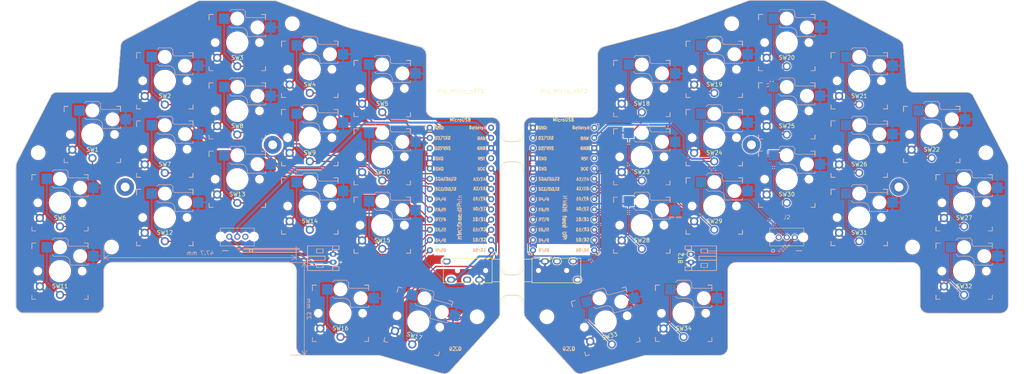
<source format=kicad_pcb>
(kicad_pcb (version 20221018) (generator pcbnew)
  (layers (0 "F.Cu" signal) (31 "B.Cu" signal) (34 "B.Paste" user) (35 "F.Paste" user) (36 "B.SilkS" user "B.Silkscreen") (37 "F.SilkS" user "F.Silkscreen") (38 "B.Mask" user) (39 "F.Mask" user) (44 "Edge.Cuts" user))
  (net 0 "")
  (net 1 "Switch1")
  (net 2 "Switch6")
  (net 3 "Switch15")
  (net 4 "Switch14")
  (net 5 "Switch13")
  (net 6 "Switch12")
  (net 7 "Switch11")
  (net 8 "Switch16")
  (net 9 "Switch17")
  (net 10 "Switch10")
  (net 11 "Switch9")
  (net 12 "Switch8")
  (net 13 "Switch7")
  (net 14 "Switch5")
  (net 15 "Switch4")
  (net 16 "Switch3")
  (net 17 "Switch2")
  (net 26 "gnd_left")
  (net 27 "gnd_right")
  (net 28 "Switch18")
  (net 29 "Switch25")
  (net 30 "Switch23")
  (net 31 "Switch29")
  (net 32 "Switch28")
  (net 33 "Switch33")
  (net 34 "Switch34")
  (net 35 "Switch32")
  (net 36 "Switch27")
  (net 37 "Switch31")
  (net 38 "Switch30")
  (net 39 "Switch26")
  (net 40 "Switch21")
  (net 41 "Switch24")
  (net 42 "Switch20")
  (net 43 "Switch19")
  (net 44 "Switch22")
  (net 45 "BAT_IN_left")
  (net 46 "BAT_IN_right")
  (net 47 "RAW_left")
  (net 48 "RAW_right")
  (net 49 "RX_left")
  (net 50 "RX_right")
  (net 51 "VCC_left")
  (net 52 "VCC_right")
  (footprint "custom_components:Choc_v1v2_pretty" (layer "F.Cu") (at 169.611447 125.919658 15)
    (fp_text reference "SW33")
    (fp_text value "SW_Push")
  )
  (footprint "custom_components:Switch_slide_TH_5P" (layer "F.Cu") (at 78.111161 104.831719 180)
    (fp_text reference "J1" hide)
    (fp_text value "B5B-XH-A_LF__SN_" hide)
  )
  (footprint "custom_components:Choc_v1v2_pretty" (layer "F.Cu") (at 96.111161 63.211719)
    (fp_text reference "SW4")
    (fp_text value "SW_Push")
  )
  (footprint "custom_components:Choc_v1v2_pretty" (layer "F.Cu") (at 188.966039 123.881719)
    (fp_text reference "SW34")
    (fp_text value "SW_Push")
  )
  (footprint "custom_components:Choc_v1v2_pretty" (layer "F.Cu") (at 232.586039 66.069219)
    (fp_text reference "SW21")
    (fp_text value "SW_Push")
  )
  (footprint "custom_components:Choc_v1v2_pretty" (layer "F.Cu") (at 96.111161 97.211719)
    (fp_text reference "SW14")
    (fp_text value "SW_Push")
  )
  (footprint "custom_components:Choc_v1v2_pretty" (layer "F.Cu") (at 103.731161 123.881719)
    (fp_text reference "SW16")
    (fp_text value "SW_Push")
  )
  (footprint "Panelization:mouse-bite-5mm-slot" (layer "F.Cu") (at 146.3186 116.841069 90)
    (fp_text reference "mouse-bite-5mm-slot" hide)
    (fp_text value "VAL**" hide)
  )
  (footprint "custom_components:Choc_v1v2_pretty" (layer "F.Cu") (at 114.111161 67.974219)
    (fp_text reference "SW5")
    (fp_text value "SW_Push")
  )
  (footprint "custom_components:Choc_v1v2_pretty" (layer "F.Cu") (at 250.586039 79.404219)
    (fp_text reference "SW22")
    (fp_text value "SW_Push")
  )
  (footprint "custom_components:Choc_v1v2_pretty" (layer "F.Cu") (at 178.586039 67.974219)
    (fp_text reference "SW18")
    (fp_text value "SW_Push")
  )
  (footprint "MountingHole:MountingHole_3.2mm_M3" (layer "F.Cu") (at 137.6836 124.756069)
    (fp_text reference "REF**" hide)
    (fp_text value "MountingHole_3.2mm_M3" hide)
  )
  (footprint "KLOTZ:JST_PH_reversible" (layer "F.Cu") (at 190.78854 111.18672 90)
    (fp_text reference "BT2")
    (fp_text value "Battery_Cell")
  )
  (footprint "custom_components:Choc_v1v2_pretty" (layer "F.Cu") (at 196.586039 80.211719)
    (fp_text reference "SW24")
    (fp_text value "SW_Push")
  )
  (footprint "MountingHole:MountingHole_3.2mm_M3" (layer "F.Cu") (at 28.641161 83.956719)
    (fp_text reference "REF**" hide)
    (fp_text value "MountingHole_3.2mm_M3")
  )
  (footprint "custom_components:Pro Micro nRF52840" (layer "F.Cu") (at 133.560057 76.471219)
    (fp_text reference "Pro_Micro_nRF1")
    (fp_text value "~")
  )
  (footprint "custom_components:Choc_v1v2_pretty" (layer "F.Cu") (at 214.586039 73.544219)
    (fp_text reference "SW25")
    (fp_text value "SW_Push")
  )
  (footprint "custom_components:Choc_v1v2_pretty" (layer "F.Cu") (at 232.586039 100.069219)
    (fp_text reference "SW31")
    (fp_text value "SW_Push")
  )
  (footprint "custom_components:Choc_v1v2_pretty" (layer "F.Cu") (at 34.061161 113.404219)
    (fp_text reference "SW11")
    (fp_text value "SW_Push")
  )
  (footprint "custom_components:Choc_v1v2_pretty" (layer "F.Cu") (at 232.586039 83.069219)
    (fp_text reference "SW26")
    (fp_text value "SW_Push")
  )
  (footprint "custom_components:Choc_v1v2_pretty" (layer "F.Cu") (at 114.111161 101.974219)
    (fp_text reference "SW15")
    (fp_text value "SW_Push")
  )
  (footprint "KLOTZ:SplitkbTentingPuck_threeholes" (layer "F.Cu") (at 68.571161 87.236719 16)
    (fp_text reference "REF**" hide)
    (fp_text value "Tenting Puck" hide)
  )
  (footprint "custom_components:Choc_v1v2_pretty" (layer "F.Cu") (at 258.636039 96.404219)
    (fp_text reference "SW27")
    (fp_text value "SW_Push")
  )
  (footprint "custom_components:Switch_slide_TH_5P" (layer "F.Cu") (at 214.586039 105.003719)
    (fp_text reference "J2")
    (fp_text value "B5B-XH-A_LF__SN_")
  )
  (footprint "MountingHole:MountingHole_3.2mm_M3" (layer "F.Cu") (at 91.771161 51.846719)
    (fp_text reference "REF**" hide)
    (fp_text value "MountingHole_3.2mm_M3")
  )
  (footprint "custom_components:Choc_v1v2_pretty" (layer "F.Cu") (at 214.586039 90.544219)
    (fp_text reference "SW30")
    (fp_text value "SW_Push")
  )
  (footprint "custom_components:Choc_v1v2_pretty" (layer "F.Cu") (at 60.111161 83.069219)
    (fp_text reference "SW7")
    (fp_text value "SW_Push")
  )
  (footprint "custom_components:Choc_v1v2_pretty" (layer "F.Cu") (at 78.111161 90.544219)
    (fp_text reference "SW13")
    (fp_text value "SW_Push")
  )
  (footprint "custom_components:Choc_v1v2_pretty" (layer "F.Cu") (at 178.586039 84.974219)
    (fp_text reference "SW23")
    (fp_text value "SW_Push")
  )
  (footprint "custom_components:Choc_v1v2_pretty" (layer "F.Cu") (at 196.586039 97.211719)
    (fp_text reference "SW29")
    (fp_text value "SW_Push")
  )
  (footprint "custom_components:Choc_v1v2_pretty" (layer "F.Cu") (at 34.061161 96.404219)
    (fp_text reference "SW6")
    (fp_text value "SW_Push")
  )
  (footprint "custom_components:Choc_v1v2_pretty" (layer "F.Cu") (at 214.586039 56.544219)
    (fp_text reference "SW20")
    (fp_text value "SW_Push")
  )
  (footprint "ScottoKeebs_Components:TRRS_PJ-320A" (layer "F.Cu") (at 141.398599 113.268569 -90)
    (fp_text reference "U1")
    (fp_text value "TRRS")
  )
  (footprint "custom_components:Choc_v1v2_pretty" (layer "F.Cu") (at 178.586039 101.974219)
    (fp_text reference "SW28")
    (fp_text value "SW_Push")
  )
  (footprint "custom_components:Choc_v1v2_pretty" (layer "F.Cu") (at 258.636039 113.404219)
    (fp_text reference "SW32")
    (fp_text value "SW_Push")
  )
  (footprint "custom_components:Choc_v1v2_pretty" (layer "F.Cu") (at 42.111161 79.404219)
    (fp_text reference "SW1")
    (fp_text value "SW_Push")
  )
  (footprint "custom_components:Choc_v1v2_pretty" (layer "F.Cu") (at 60.111161 100.069219)
    (fp_text reference "SW12")
    (fp_text value "SW_Push")
  )
  (footprint "custom_components:Choc_v1v2_pretty" (layer "F.Cu") (at 114.111161 84.974219)
    (fp_text reference "SW10")
    (fp_text value "SW_Push")
  )
  (footprint "custom_components:Pro Micro nRF52840" (layer "F.Cu") (at 159.187143 76.471219)
    (fp_text reference "Pro_Micro_nRF2")
    (fp_text value "~")
  )
  (footprint "custom_components:Choc_v1v2_pretty" (layer "F.Cu") (at 196.586039 63.211719)
    (fp_text reference "SW19")
    (fp_text value "SW_Push")
  )
  (footprint "custom_components:Choc_v1v2_pretty" (layer "F.Cu") (at 78.111161 56.544219)
    (fp_text reference "SW3")
    (fp_text value "SW_Push")
  )
  (footprint "custom_components:Choc_v1v2_pretty" (layer "F.Cu") (at 60.111161 66.069219)
    (fp_text reference "SW2")
    (fp_text value "SW_Push")
  )
  (footprint "custom_components:Choc_v1v2_pretty" (layer "F.Cu") (at 123.085753 125.919658 -15)
    (fp_text reference "SW17")
    (fp_text value "SW_Push")
  )
  (footprint "custom_components:Choc_v1v2_pretty" (layer "F.Cu") (at 96.111161 80.211719)
    (fp_text reference "SW9")
    (fp_text value "SW_Push")
  )
  (footprint "Panelization:mouse-bite-5mm-slot" (layer "F.Cu") (at 146.3786 83.701069 90)
    (fp_text reference "mouse-bite-5mm-slot" hide)
    (fp_text value "VAL**" hide)
  )
  (footprint "ScottoKeebs_Components:TRRS_PJ-320A" (layer "F.Cu") (at 151.309643 113.248719 90)
    (fp_text reference "U2")
    (fp_text value "TRRS")
  )
  (footprint "MountingHole:MountingHole_3.2mm_M3" (layer "F.Cu") (at 46.861161 107.416719)
    (fp_text reference "REF**" hide)
    (fp_text value "MountingHole_3.2mm_M3")
  )
  (footprint "custom_components:Choc_v1v2_pretty" (layer "F.Cu") (at 78.111161 73.544219)
    (fp_text reference "SW8")
    (fp_text value "SW_Push")
  )
  (footprint "KLOTZ:JST_PH_reversible" (layer "F.Cu") (at 101.908661 109.186719 -90)
    (fp_text reference "BT1" hide)
    (fp_text value "Battery_Cell")
  )
  (footprint "MountingHole:MountingHole_3.2mm_M3" (layer "B.Cu") (at 155.0136 124.756069 180)
    (fp_text reference "REF**" hide)
    (fp_text value "MountingHole_3.2mm_M3" hide)
  )
  (footprint "MountingHole:MountingHole_3.2mm_M3" (layer "B.Cu") (at 200.926039 51.846719 180)
    (fp_text reference "REF**" hide)
    (fp_text value "MountingHole_3.2mm_M3")
  )
  (footprint "MountingHole:MountingHole_3.2mm_M3" (layer "B.Cu") (at 245.836039 107.416719 180)
    (fp_text reference "REF**" hide)
    (fp_text value "MountingHole_3.2mm_M3")
  )
  (footprint "MountingHole:MountingHole_3.2mm_M3" (layer "B.Cu") (at 264.056039 83.956719 180)
    (fp_text reference "REF**" hide)
    (fp_text value "MountingHole_3.2mm_M3")
  )
  (footprint "KLOTZ:SplitkbTentingPuck_threeholes" (layer "B.Cu") (at 224.126039 87.236719 164)
    (fp_text reference "REF**" hide)
    (fp_text value "Tenting Puck" hide)
  )
  (gr_line (start 143.3986 112.204082) (end 143.3986 121.729082) (stroke (width 0.15)) (layer "F.SilkS"))
  (gr_line (start 149.2986 79.036069) (end 149.2986 88.561069) (stroke (width 0.15)) (layer "F.SilkS"))
  (gr_line (start 143.3986 79.036069) (end 143.3986 88.561069) (stroke (width 0.15)) (layer "F.SilkS"))
  (gr_line (start 149.2986 112.204082) (end 149.2986 121.729082) (stroke (width 0.15)) (layer "F.SilkS"))
  (gr_arc (start 249.670168 123.904219) (mid 248.253167 123.315633) (end 247.670184 121.896317) (stroke (width 0.15)) (layer "Edge.Cuts"))
  (gr_line (start 145.3986 119.373569) (end 147.2986 119.373569) (stroke (width 0.15)) (layer "Edge.Cuts"))
  (gr_line (start 197.966039 134.381719) (end 179.535825 134.381719) (stroke (width 0.15)) (layer "Edge.Cuts"))
  (gr_arc (start 149.2986 77.131069) (mid 149.889697 75.72666) (end 151.298543 75.146219) (stroke (width 0.15)) (layer "Edge.Cuts"))
  (gr_line (start 178.977371 134.461269) (end 163.806353 138.872899) (stroke (width 0.15)) (layer "Edge.Cuts"))
  (gr_line (start 151.298543 75.146219) (end 165.586043 75.146219) (stroke (width 0.15)) (layer "Edge.Cuts"))
  (gr_line (start 143.3986 77.131069) (end 143.3986 79.205556) (stroke (width 0.15)) (layer "Edge.Cuts"))
  (gr_line (start 260.749141 69.506646) (end 269.326823 86.151486) (stroke (width 0.15)) (layer "Edge.Cuts"))
  (gr_arc (start 269.326823 86.151486) (mid 269.536365 86.695155) (end 269.636039 87.269219) (stroke (width 0.15)) (layer "Edge.Cuts"))
  (gr_arc (start 145.3986 114.373569) (mid 143.984403 113.787766) (end 143.3986 112.373569) (stroke (width 0.15)) (layer "Edge.Cuts"))
  (gr_line (start 45.027016 113.258091) (end 45.027016 121.896317) (stroke (width 0.15)) (layer "Edge.Cuts"))
  (gr_line (start 149.2986 77.131069) (end 149.2986 79.205556) (stroke (width 0.15)) (layer "Edge.Cuts"))
  (gr_line (start 145.3986 114.373569) (end 147.2986 114.373569) (stroke (width 0.15)) (layer "Edge.Cuts"))
  (gr_line (start 145.3986 86.205556) (end 147.2986 86.205556) (stroke (width 0.15)) (layer "Edge.Cuts"))
  (gr_line (start 247.670184 121.896317) (end 247.670184 113.258091) (stroke (width 0.15)) (layer "Edge.Cuts"))
  (gr_line (start 48.357569 67.061213) (end 49.117332 57.412225) (stroke (width 0.15)) (layer "Edge.Cuts"))
  (gr_arc (start 178.977371 134.461269) (mid 179.25378 134.401708) (end 179.535825 134.381719) (stroke (width 0.15)) (layer "Edge.Cuts"))
  (gr_line (start 169.074475 57.54075) (end 186.888547 52.827444) (stroke (width 0.15)) (layer "Edge.Cuts"))
  (gr_line (start 167.586043 73.146219) (end 167.586043 60.140719) (stroke (width 0.15)) (layer "Edge.Cuts"))
  (gr_arc (start 123.622725 57.54075) (mid 124.695965 58.254197) (end 125.111161 59.474219) (stroke (width 0.15)) (layer "Edge.Cuts"))
  (gr_line (start 90.731644 111.260752) (end 47.027484 111.25019) (stroke (width 0.15)) (layer "Edge.Cuts"))
  (gr_arc (start 87.111161 46.044219) (mid 87.464051 46.075594) (end 87.805866 46.16875) (stroke (width 0.15)) (layer "Edge.Cuts"))
  (gr_line (start 143.398599 123.803569) (end 143.3986 121.373569) (stroke (width 0.15)) (layer "Edge.Cuts"))
  (gr_line (start 145.3986 81.205556) (end 147.2986 81.205556) (stroke (width 0.15)) (layer "Edge.Cuts"))
  (gr_line (start 105.808653 52.827444) (end 123.622725 57.54075) (stroke (width 0.15)) (layer "Edge.Cuts"))
  (gr_line (start 43.027032 123.904219) (end 25.061161 123.904219) (stroke (width 0.15)) (layer "Edge.Cuts"))
  (gr_line (start 167.586043 60.140719) (end 167.586039 59.474219) (stroke (width 0.15)) (layer "Edge.Cuts"))
  (gr_line (start 269.636039 87.269219) (end 269.636039 121.904219) (stroke (width 0.15)) (layer "Edge.Cuts"))
  (gr_arc (start 149.2986 112.373569) (mid 148.712832 113.787801) (end 147.2986 114.373569) (stroke (width 0.15)) (layer "Edge.Cuts"))
  (gr_line (start 224.521476 46.276464) (end 242.521476 55.801464) (stroke (width 0.15)) (layer "Edge.Cuts"))
  (gr_line (start 69.111161 46.044219) (end 87.111161 46.044219) (stroke (width 0.15)) (layer "Edge.Cuts"))
  (gr_arc (start 68.175724 46.276464) (mid 68.629241 46.103143) (end 69.111161 46.044219) (stroke (width 0.15)) (layer "Edge.Cuts"))
  (gr_line (start 50.175724 55.801464) (end 68.175724 46.276464) (stroke (width 0.15)) (layer "Edge.Cuts"))
  (gr_line (start 143.3986 112.373569) (end 143.3986 88.205556) (stroke (width 0.15)) (layer "Edge.Cuts"))
  (gr_arc (start 23.061161 87.269219) (mid 23.160835 86.695155) (end 23.370377 86.151486) (stroke (width 0.15)) (layer "Edge.Cuts"))
  (gr_line (start 246.333459 68.904219) (end 259.586039 68.904219) (stroke (width 0.15)) (layer "Edge.Cuts"))
  (gr_arc (start 45.027016 121.896317) (mid 44.444031 123.315635) (end 43.027032 123.904219) (stroke (width 0.15)) (layer "Edge.Cuts"))
  (gr_line (start 187.071688 52.769444) (end 204.891334 46.16875) (stroke (width 0.15)) (layer "Edge.Cuts"))
  (gr_line (start 149.833392 125.180092) (end 161.782749 138.313821) (stroke (width 0.15)) (layer "Edge.Cuts"))
  (gr_arc (start 45.027016 113.258091) (mid 45.6102 111.838638) (end 47.027484 111.25019) (stroke (width 0.15)) (layer "Edge.Cuts"))
  (gr_arc (start 94.731161 134.381719) (mid 93.316966 133.79592) (end 92.731161 132.381719) (stroke (width 0.15)) (layer "Edge.Cuts"))
  (gr_line (start 125.111157 60.140719) (end 125.111157 73.146219) (stroke (width 0.15)) (layer "Edge.Cuts"))
  (gr_line (start 125.111161 59.474219) (end 125.111157 60.140719) (stroke (width 0.15)) (layer "Edge.Cuts"))
  (gr_arc (start 49.117332 57.412225) (mid 49.439698 56.470944) (end 50.175724 55.801464) (stroke (width 0.15)) (layer "Edge.Cuts"))
  (gr_arc (start 167.586043 73.146219) (mid 167.000239 74.560415) (end 165.586043 75.146219) (stroke (width 0.15)) (layer "Edge.Cuts"))
  (gr_arc (start 259.586039 68.904219) (mid 260.228724 69.087401) (end 260.749141 69.506646) (stroke (width 0.15)) (layer "Edge.Cuts"))
  (gr_arc (start 31.948059 69.506646) (mid 32.468476 69.087401) (end 33.111161 68.904219) (stroke (width 0.15)) (layer "Edge.Cuts"))
  (gr_arc (start 147.2986 119.373569) (mid 148.712829 119.95934) (end 149.2986 121.373569) (stroke (width 0.15)) (layer "Edge.Cuts"))
  (gr_line (start 87.805866 46.16875) (end 105.625512 52.769444) (stroke (width 0.15)) (layer "Edge.Cuts"))
  (gr_arc (start 149.833425 125.180061) (mid 149.434317 124.542984) (end 149.298601 123.803569) (stroke (width 0.15)) (layer "Edge.Cuts"))
  (gr_arc (start 149.2986 79.205556) (mid 148.712832 80.619788) (end 147.2986 81.205556) (stroke (width 0.15)) (layer "Edge.Cuts"))
  (gr_line (start 23.370377 86.151486) (end 31.948059 69.506646) (stroke (width 0.15)) (layer "Edge.Cuts"))
  (gr_line (start 199.966039 113.260752) (end 199.966039 132.381719) (stroke (width 0.15)) (layer "Edge.Cuts"))
  (gr_line (start 127.111157 75.146219) (end 141.398657 75.146219) (stroke (width 0.15)) (layer "Edge.Cuts"))
  (gr_arc (start 143.398599 123.803569) (mid 143.262883 124.542984) (end 142.863775 125.180061) (stroke (width 0.15)) (layer "Edge.Cuts"))
  (gr_line (start 33.111161 68.904219) (end 46.363741 68.904219) (stroke (width 0.15)) (layer "Edge.Cuts"))
  (gr_arc (start 242.521476 55.801464) (mid 243.257501 56.470942) (end 243.579868 57.412225) (stroke (width 0.15)) (layer "Edge.Cuts"))
  (gr_arc (start 143.3986 121.373569) (mid 143.984405 119.959374) (end 145.3986 119.373569) (stroke (width 0.15)) (layer "Edge.Cuts"))
  (gr_arc (start 223.586039 46.044219) (mid 224.067958 46.103143) (end 224.521476 46.276464) (stroke (width 0.15)) (layer "Edge.Cuts"))
  (gr_arc (start 147.2986 86.205556) (mid 148.712829 86.791327) (end 149.2986 88.205556) (stroke (width 0.15)) (layer "Edge.Cuts"))
  (gr_line (start 243.579868 57.412225) (end 244.339631 67.061213) (stroke (width 0.15)) (layer "Edge.Cuts"))
  (gr_arc (start 163.806365 138.87294) (mid 162.71529 138.880271) (end 161.782749 138.313821) (stroke (width 0.15)) (layer "Edge.Cuts"))
  (gr_arc (start 141.398657 75.146219) (mid 142.807501 75.726658) (end 143.3986 77.131069) (stroke (width 0.15)) (layer "Edge.Cuts"))
  (gr_arc (start 130.914451 138.313821) (mid 129.98191 138.880271) (end 128.890835 138.87294) (stroke (width 0.15)) (layer "Edge.Cuts"))
  (gr_line (start 130.914451 138.313821) (end 142.863808 125.180092) (stroke (width 0.15)) (layer "Edge.Cuts"))
  (gr_arc (start 245.669716 111.25019) (mid 247.086998 111.838636) (end 247.670184 113.258091) (stroke (width 0.15)) (layer "Edge.Cuts"))
  (gr_line (start 92.731161 132.381719) (end 92.731161 113.260752) (stroke (width 0.15)) (layer "Edge.Cuts"))
  (gr_arc (start 167.586039 59.474219) (mid 168.001236 58.254196) (end 169.074475 57.54075) (stroke (width 0.15)) (layer "Edge.Cuts"))
  (gr_arc (start 145.3986 81.205556) (mid 143.984403 80.619753) (end 143.3986 79.205556) (stroke (width 0.15)) (layer "Edge.Cuts"))
  (gr_arc (start 25.061161 123.904219) (mid 23.646966 123.31842) (end 23.061161 121.904219) (stroke (width 0.15)) (layer "Edge.Cuts"))
  (gr_line (start 149.2986 88.205556) (end 149.2986 112.373569) (stroke (width 0.15)) (layer "Edge.Cuts"))
  (gr_arc (start 199.966039 132.381719) (mid 199.380237 133.795917) (end 197.966039 134.381719) (stroke (width 0.15)) (layer "Edge.Cuts"))
  (gr_line (start 23.061161 121.904219) (end 23.061161 87.269219) (stroke (width 0.15)) (layer "Edge.Cuts"))
  (gr_arc (start 269.636039 121.904219) (mid 269.050237 123.318417) (end 267.636039 123.904219) (stroke (width 0.15)) (layer "Edge.Cuts"))
  (gr_arc (start 143.3986 88.205556) (mid 143.984405 86.791361) (end 145.3986 86.205556) (stroke (width 0.15)) (layer "Edge.Cuts"))
  (gr_arc (start 113.161375 134.381719) (mid 113.443421 134.401708) (end 113.719829 134.461269) (stroke (width 0.15)) (layer "Edge.Cuts"))
  (gr_arc (start 199.966039 113.260752) (mid 200.551646 111.846701) (end 201.965556 111.260752) (stroke (width 0.15)) (layer "Edge.Cuts"))
  (gr_line (start 149.2986 121.373569) (end 149.298601 123.803569) (stroke (width 0.15)) (layer "Edge.Cuts"))
  (gr_arc (start 48.35757 67.061213) (mid 47.721312 68.372894) (end 46.363741 68.904219) (stroke (width 0.15)) (layer "Edge.Cuts"))
  (gr_arc (start 127.111157 75.146219) (mid 125.696965 74.560419) (end 125.111157 73.146219) (stroke (width 0.15)) (layer "Edge.Cuts"))
  (gr_line (start 245.669716 111.25019) (end 201.965556 111.260752) (stroke (width 0.15)) (layer "Edge.Cuts"))
  (gr_arc (start 246.333459 68.904219) (mid 244.975885 68.372891) (end 244.33963 67.061213) (stroke (width 0.15)) (layer "Edge.Cuts"))
  (gr_line (start 205.586039 46.044219) (end 223.586039 46.044219) (stroke (width 0.15)) (layer "Edge.Cuts"))
  (gr_line (start 113.161375 134.381719) (end 94.731161 134.381719) (stroke (width 0.15)) (layer "Edge.Cuts"))
  (gr_arc (start 204.891334 46.16875) (mid 205.233149 46.075594) (end 205.586039 46.044219) (stroke (width 0.15)) (layer "Edge.Cuts"))
  (gr_arc (start 105.808653 52.827444) (mid 105.716386 52.800643) (end 105.625512 52.769444) (stroke (width 0.15)) (layer "Edge.Cuts"))
  (gr_arc (start 90.731644 111.260752) (mid 92.145552 111.846699) (end 92.731161 113.260752) (stroke (width 0.15)) (layer "Edge.Cuts"))
  (gr_line (start 128.890847 138.872899) (end 113.719829 134.461269) (stroke (width 0.15)) (layer "Edge.Cuts"))
  (gr_arc (start 187.071688 52.769444) (mid 186.980814 52.800643) (end 186.888547 52.827444) (stroke (width 0.15)) (layer "Edge.Cuts"))
  (gr_line (start 267.636039 123.904219) (end 249.670168 123.904219) (stroke (width 0.15)) (layer "Edge.Cuts"))
  (gr_text "v2.0" (at 133.8736 133.328569) (layer "B.SilkS") (effects (font (size 1 1)) (justify left bottom mirror)))
  (gr_text "v2.0" (at 162.0836 133.328569) (layer "B.SilkS") (effects (font (size 1 1)) (justify left bottom mirror)))
  (gr_text "|\n\n\n\n○\n" (at 82.03695 108.368161 90) (layer "B.SilkS") (effects (font (size 1 1)) (justify bottom mirror)))
  (gr_text "n!n face DOWN" (at 158.896039 105.847719 270) (layer "B.SilkS") (effects (font (size 1 1)) (justify left bottom mirror)))
  (gr_text "|\n\n\n\n○\n" (at 210.66025 108.338162 -90) (layer "B.SilkS") (effects (font (size 1 1)) (justify bottom mirror)))
  (gr_text "n!n face DOWN" (at 133.966039 94.367719 90) (layer "B.SilkS") (effects (font (size 1 1)) (justify left bottom mirror)))
  (gr_text "|\n\n\n\n○\n" (at 210.66025 108.368161 -90) (layer "F.SilkS") (effects (font (size 1 1)) (justify bottom)))
  (gr_text "n!n face UP" (at 133.8436 105.588568 90) (layer "F.SilkS") (effects (font (size 1 1)) (justify left bottom)))
  (gr_text "v2.0" (at 158.8236 133.328569) (layer "F.SilkS") (effects (font (size 1 1)) (justify left bottom)))
  (gr_text "v2.0" (at 130.6136 133.328569) (layer "F.SilkS") (effects (font (size 1 1)) (justify left bottom)))
  (gr_text "n!n face UP" (at 158.786039 96.377719 270) (layer "F.SilkS") (effects (font (size 1 1)) (justify left bottom)))
  (gr_text "+" (at 103.092557 111.704219) (layer "F.SilkS") (effects (font (size 1 1)) (justify left bottom)))
  (gr_text "|\n\n\n\n○\n" (at 82.03695 108.338162 90) (layer "F.SilkS") (effects (font (size 1 1)) (justify bottom)))
  (gr_text "+" (at 188.194643 109.744219) (layer "F.SilkS") (effects (font (size 1 1)) (justify left bottom)))
  (dimension (type aligned) (layer "B.SilkS") (pts (xy 45.027016 106.846943) (xy 92.731161 106.844282)) (height 3.208235) (gr_text "47.7 mm" (at 68.879204 108.903847 0.003197234993) (layer "B.SilkS") (effects (font (size 1 1) (thickness 0.15)) (justify mirror))) (format (prefix "") (suffix "") (units 3) (units_format 1) (precision 4) (override_value "47.7")) (style (thickness 0.15) (arrow_length 1.27) (text_position_mode 0) (extension_height 0.58642) (extension_offset 0.5) keep_text_aligned))
  (dimension (type aligned) (layer "B.SilkS") (pts (xy 90.736272 134.289701) (xy 90.731644 111.262362)) (height 4.004163) (gr_text "23 mm" (at 95.888121 122.774995 -89.98848478) (layer "B.SilkS") (effects (font (size 1 1) (thickness 0.15)) (justify mirror))) (format (prefix "") (suffix "") (units 3) (units_format 1) (precision 4) (override_value "23")) (style (thickness 0.15) (arrow_length 1.27) (text_position_mode 0) (extension_height 0.58642) (extension_offset 0.5) keep_text_aligned))
  (segment (start 117.246039 103.397719) (end 125.656957 103.397719) (width 0.3) (layer "F.Cu") (net 1))
  (segment (start 115.546039 105.097719) (end 117.246039 103.397719) (width 0.3) (layer "F.Cu") (net 1))
  (segment (start 50.426039 97.307719) (end 50.426039 101.947719) (width 0.3) (layer "F.Cu") (net 1))
  (segment (start 42.111161 85.304219) (end 42.111161 88.992841) (width 0.3) (layer "F.Cu") (net 1))
  (segment (start 114.955845 105.097719) (end 115.546039 105.097719) (width 0.3) (layer "F.Cu") (net 1))
  (segment (start 125.656957 103.397719) (end 125.926457 103.128219) (width 0.3) (layer "F.Cu") (net 1))
  (segment (start 42.111161 88.992841) (end 50.426039 97.307719) (width 0.3) (layer "F.Cu") (net 1))
  (segment (start 50.426039 101.947719) (end 56.120136 107.641816) (width 0.3) (layer "F.Cu") (net 1))
  (segment (start 56.120136 107.641816) (end 112.411748 107.641816) (width 0.3) (layer "F.Cu") (net 1))
  (segment (start 112.411748 107.641816) (end 114.955845 105.097719) (width 0.3) (layer "F.Cu") (net 1))
  (segment (start 38.836161 82.029219) (end 42.111161 85.304219) (width 0.3) (layer "B.Cu") (net 1))
  (segment (start 38.836161 73.454219) (end 38.836161 82.029219) (width 0.3) (layer "B.Cu") (net 1))
  (segment (start 112.446942 108.141816) (end 113.545345 109.240219) (width 0.3) (layer "F.Cu") (net 2))
  (segment (start 55.91303 108.141816) (end 112.446942 108.141816) (width 0.3) (layer "F.Cu") (net 2))
  (segment (start 34.061161 102.304219) (end 50.075433 102.304219) (width 0.3) (layer "F.Cu") (net 2))
  (segment (start 122.354457 109.240219) (end 125.926457 105.668219) (width 0.3) (layer "F.Cu") (net 2))
  (segment (start 113.545345 109.240219) (end 122.354457 109.240219) (width 0.3) (layer "F.Cu") (net 2))
  (segment (start 50.075433 102.304219) (end 55.91303 108.141816) (width 0.3) (layer "F.Cu") (net 2))
  (segment (start 30.786161 90.454219) (end 30.786161 99.029219) (width 0.3) (layer "B.Cu") (net 2))
  (segment (start 30.786161 99.029219) (end 34.061161 102.304219) (width 0.3) (layer "B.Cu") (net 2))
  (segment (start 121.887563 107.874219) (end 114.111161 107.874219) (width 0.3) (layer "F.Cu") (net 3))
  (segment (start 125.394063 104.367719) (end 121.887563 107.874219) (width 0.3) (layer "F.Cu") (net 3))
  (segment (start 139.906957 104.367719) (end 125.394063 104.367719) (width 0.3) (layer "F.Cu") (net 3))
  (segment (start 141.146457 103.128219) (end 139.906957 104.367719) (width 0.3) (layer "F.Cu") (net 3))
  (segment (start 110.836161 104.599219) (end 114.111161 107.874219) (width 0.3) (layer "B.Cu") (net 3))
  (segment (start 110.836161 96.024219) (end 110.836161 104.599219) (width 0.3) (layer "B.Cu") (net 3))
  (segment (start 116.401236 100.127719) (end 115.322736 99.049219) (width 0.3) (layer "F.Cu") (net 4))
  (segment (start 121.263701 101.857719) (end 119.533701 100.127719) (width 0.3) (layer "F.Cu") (net 4))
  (segment (start 115.322736 99.049219) (end 100.173661 99.049219) (width 0.3) (layer "F.Cu") (net 4))
  (segment (start 139.876957 101.857719) (end 121.263701 101.857719) (width 0.3) (layer "F.Cu") (net 4))
  (segment (start 141.146457 100.588219) (end 139.876957 101.857719) (width 0.3) (layer "F.Cu") (net 4))
  (segment (start 119.533701 100.127719) (end 116.401236 100.127719) (width 0.3) (layer "F.Cu") (net 4))
  (segment (start 100.173661 99.049219) (end 96.111161 103.111719) (width 0.3) (layer "F.Cu") (net 4))
  (segment (start 92.836161 99.836719) (end 96.111161 103.111719) (width 0.3) (layer "B.Cu") (net 4))
  (segment (start 92.836161 91.261719) (end 92.836161 99.836719) (width 0.3) (layer "B.Cu") (net 4))
  (segment (start 78.111161 96.444219) (end 80.38813 96.444219) (width 0.3) (layer "F.Cu") (net 5))
  (segment (start 88.35463 88.477719) (end 105.074326 88.477719) (width 0.3) (layer "F.Cu") (net 5))
  (segment (start 105.074326 88.477719) (end 109.836826 93.240219) (width 0.3) (layer "F.Cu") (net 5))
  (segment (start 109.836826 93.240219) (end 121.118457 93.240219) (width 0.3) (layer "F.Cu") (net 5))
  (segment (start 121.118457 93.240219) (end 125.926457 98.048219) (width 0.3) (layer "F.Cu") (net 5))
  (segment (start 80.38813 96.444219) (end 88.35463 88.477719) (width 0.3) (layer "F.Cu") (net 5))
  (segment (start 74.836161 93.169219) (end 78.111161 96.444219) (width 0.3) (layer "B.Cu") (net 5))
  (segment (start 74.836161 84.594219) (end 74.836161 93.169219) (width 0.3) (layer "B.Cu") (net 5))
  (segment (start 70.517977 105.969219) (end 73.599477 102.887719) (width 0.3) (layer "F.Cu") (net 6))
  (segment (start 73.599477 102.887719) (end 74.838539 102.887719) (width 0.3) (layer "F.Cu") (net 6))
  (segment (start 119.078457 93.740219) (end 125.926457 100.588219) (width 0.3) (layer "F.Cu") (net 6))
  (segment (start 104.867219 88.977719) (end 109.629719 93.740219) (width 0.3) (layer "F.Cu") (net 6))
  (segment (start 74.838539 102.887719) (end 88.748539 88.977719) (width 0.3) (layer "F.Cu") (net 6))
  (segment (start 109.629719 93.740219) (end 119.078457 93.740219) (width 0.3) (layer "F.Cu") (net 6))
  (segment (start 60.111161 105.969219) (end 70.517977 105.969219) (width 0.3) (layer "F.Cu") (net 6))
  (segment (start 88.748539 88.977719) (end 104.867219 88.977719) (width 0.3) (layer "F.Cu") (net 6))
  (segment (start 56.836161 102.694219) (end 60.111161 105.969219) (width 0.3) (layer "B.Cu") (net 6))
  (segment (start 56.836161 94.119219) (end 56.836161 102.694219) (width 0.3) (layer "B.Cu") (net 6))
  (segment (start 97.697993 112.242719) (end 121.891957 112.242719) (width 0.3) (layer "F.Cu") (net 7))
  (segment (start 34.061161 119.304219) (end 36.265304 119.304219) (width 0.3) (layer "F.Cu") (net 7))
  (segment (start 121.891957 112.242719) (end 125.926457 108.208219) (width 0.3) (layer "F.Cu") (net 7))
  (segment (start 36.265304 119.304219) (end 45.231804 110.337719) (width 0.3) (layer "F.Cu") (net 7))
  (segment (start 95.792993 110.337719) (end 97.697993 112.242719) (width 0.3) (layer "F.Cu") (net 7))
  (segment (start 45.231804 110.337719) (end 95.792993 110.337719) (width 0.3) (layer "F.Cu") (net 7))
  (segment (start 30.786161 116.029219) (end 34.061161 119.304219) (width 0.3) (layer "B.Cu") (net 7))
  (segment (start 30.786161 107.454219) (end 30.786161 116.029219) (width 0.3) (layer "B.Cu") (net 7))
  (segment (start 137.873539 112.242719) (end 141.146457 108.969801) (width 0.3) (layer "F.Cu") (net 8))
  (segment (start 103.731161 129.781719) (end 109.857039 129.781719) (width 0.3) (layer "F.Cu") (net 8))
  (segment (start 141.146457 108.969801) (end 141.146457 108.208219) (width 0.3) (layer "F.Cu") (net 8))
  (segment (start 109.857039 129.781719) (end 127.396039 112.242719) (width 0.3) (layer "F.Cu") (net 8))
  (segment (start 127.396039 112.242719) (end 137.873539 112.242719) (width 0.3) (layer "F.Cu") (net 8))
  (segment (start 100.456161 126.506719) (end 103.731161 129.781719) (width 0.3) (layer "B.Cu") (net 8))
  (segment (start 100.456161 117.931719) (end 100.456161 126.506719) (width 0.3) (layer "B.Cu") (net 8))
  (segment (start 133.282227 125.491531) (end 142.258457 116.515301) (width 0.3) (layer "F.Cu") (net 9))
  (segment (start 142.258457 106.780219) (end 141.146457 105.668219) (width 0.3) (layer "F.Cu") (net 9))
  (segment (start 142.258457 116.515301) (end 142.258457 106.780219) (width 0.3) (layer "F.Cu") (net 9))
  (segment (start 121.558721 131.61862) (end 127.68581 125.491531) (width 0.3) (layer "F.Cu") (net 9))
  (segment (start 127.68581 125.491531) (end 133.282227 125.491531) (width 0.3) (layer "F.Cu") (net 9))
  (segment (start 121.462319 119.324767) (end 120.160753 120.626333) (width 0.3) (layer "B.Cu") (net 9))
  (segment (start 120.160753 120.626333) (end 120.160753 130.220652) (width 0.3) (layer "B.Cu") (net 9))
  (segment (start 120.160753 130.220652) (end 121.558721 131.61862) (width 0.3) (layer "B.Cu") (net 9))
  (segment (start 124.539563 90.874219) (end 125.363063 91.697719) (width 0.3) (layer "F.Cu") (net 10))
  (segment (start 114.111161 90.874219) (end 124.539563 90.874219) (width 0.3) (layer "F.Cu") (net 10))
  (segment (start 134.795957 91.697719) (end 141.146457 98.048219) (width 0.3) (layer "F.Cu") (net 10))
  (segment (start 125.363063 91.697719) (end 134.795957 91.697719) (width 0.3) (layer "F.Cu") (net 10))
  (segment (start 110.836161 87.599219) (end 114.111161 90.874219) (width 0.3) (layer "B.Cu") (net 10))
  (segment (start 110.836161 79.024219) (end 110.836161 87.599219) (width 0.3) (layer "B.Cu") (net 10))
  (segment (start 106.371539 87.408219) (end 110.181539 87.408219) (width 0.3) (layer "F.Cu") (net 11))
  (segment (start 110.181539 87.408219) (end 112.281539 89.508219) (width 0.3) (layer "F.Cu") (net 11))
  (segment (start 115.542977 90.374219) (end 125.872457 90.374219) (width 0.3) (layer "F.Cu") (net 11))
  (segment (start 112.281539 89.508219) (end 114.676977 89.508219) (width 0.3) (layer "F.Cu") (net 11))
  (segment (start 125.872457 90.374219) (end 125.926457 90.428219) (width 0.3) (layer "F.Cu") (net 11))
  (segment (start 114.676977 89.508219) (end 115.542977 90.374219) (width 0.3) (layer "F.Cu") (net 11))
  (segment (start 105.075039 86.111719) (end 106.371539 87.408219) (width 0.3) (layer "F.Cu") (net 11))
  (segment (start 96.111161 86.111719) (end 105.075039 86.111719) (width 0.3) (layer "F.Cu") (net 11))
  (segment (start 92.836161 74.261719) (end 92.836161 82.836719) (width 0.3) (layer "B.Cu") (net 11))
  (segment (start 92.836161 82.836719) (end 96.111161 86.111719) (width 0.3) (layer "B.Cu") (net 11))
  (segment (start 87.535621 78.905219) (end 90.393121 81.762719) (width 0.3) (layer "F.Cu") (net 12))
  (segment (start 93.525586 81.762719) (end 96.383086 84.620219) (width 0.3) (layer "F.Cu") (net 12))
  (segment (start 115.093584 89.217719) (end 115.153584 89.157719) (width 0.3) (layer "F.Cu") (net 12))
  (segment (start 104.290645 84.620219) (end 106.578645 86.908219) (width 0.3) (layer "F.Cu") (net 12))
  (segment (start 96.383086 84.620219) (end 104.290645 84.620219) (width 0.3) (layer "F.Cu") (net 12))
  (segment (start 106.578645 86.908219) (end 110.388645 86.908219) (width 0.3) (layer "F.Cu") (net 12))
  (segment (start 115.153584 89.157719) (end 134.795957 89.157719) (width 0.3) (layer "F.Cu") (net 12))
  (segment (start 110.388645 86.908219) (end 112.488645 89.008219) (width 0.3) (layer "F.Cu") (net 12))
  (segment (start 114.884084 89.008219) (end 115.093584 89.217719) (width 0.3) (layer "F.Cu") (net 12))
  (segment (start 78.650161 78.905219) (end 87.535621 78.905219) (width 0.3) (layer "F.Cu") (net 12))
  (segment (start 90.393121 81.762719) (end 93.525586 81.762719) (width 0.3) (layer "F.Cu") (net 12))
  (segment (start 112.488645 89.008219) (end 114.884084 89.008219) (width 0.3) (layer "F.Cu") (net 12))
  (segment (start 78.111161 79.444219) (end 78.650161 78.905219) (width 0.3) (layer "F.Cu") (net 12))
  (segment (start 134.795957 89.157719) (end 141.146457 95.508219) (width 0.3) (layer "F.Cu") (net 12))
  (segment (start 74.836161 76.169219) (end 78.111161 79.444219) (width 0.3) (layer "B.Cu") (net 12))
  (segment (start 74.836161 67.594219) (end 74.836161 76.169219) (width 0.3) (layer "B.Cu") (net 12))
  (segment (start 60.111161 88.969219) (end 62.087039 88.969219) (width 0.3) (layer "F.Cu") (net 13))
  (segment (start 62.087039 88.969219) (end 68.362039 82.694219) (width 0.3) (layer "F.Cu") (net 13))
  (segment (start 110.043933 92.740219) (end 123.158457 92.740219) (width 0.3) (layer "F.Cu") (net 13))
  (segment (start 105.281432 87.977719) (end 110.043933 92.740219) (width 0.3) (layer "F.Cu") (net 13))
  (segment (start 83.278237 82.694219) (end 88.561737 87.977719) (width 0.3) (layer "F.Cu") (net 13))
  (segment (start 68.362039 82.694219) (end 83.278237 82.694219) (width 0.3) (layer "F.Cu") (net 13))
  (segment (start 88.561737 87.977719) (end 105.281432 87.977719) (width 0.3) (layer "F.Cu") (net 13))
  (segment (start 123.158457 92.740219) (end 125.926457 95.508219) (width 0.3) (layer "F.Cu") (net 13))
  (segment (start 56.836161 85.694219) (end 60.111161 88.969219) (width 0.3) (layer "B.Cu") (net 13))
  (segment (start 56.836161 77.119219) (end 56.836161 85.694219) (width 0.3) (layer "B.Cu") (net 13))
  (segment (start 114.111161 73.874219) (end 116.237161 76.000219) (width 0.3) (layer "F.Cu") (net 14))
  (segment (start 116.237161 76.000219) (end 120.142751 76.000219) (width 0.3) (layer "F.Cu") (net 14))
  (segment (start 120.600251 76.457719) (end 127.175957 76.457719) (width 0.3) (layer "F.Cu") (net 14))
  (segment (start 127.175957 76.457719) (end 141.146457 90.428219) (width 0.3) (layer "F.Cu") (net 14))
  (segment (start 120.142751 76.000219) (end 120.600251 76.457719) (width 0.3) (layer "F.Cu") (net 14))
  (segment (start 110.836161 70.599219) (end 114.111161 73.874219) (width 0.3) (layer "B.Cu") (net 14))
  (segment (start 110.836161 62.024219) (end 110.836161 70.599219) (width 0.3) (layer "B.Cu") (net 14))
  (segment (start 111.905345 76.500219) (end 119.935645 76.500219) (width 0.3) (layer "F.Cu") (net 15))
  (segment (start 96.111161 69.111719) (end 104.516845 69.111719) (width 0.3) (layer "F.Cu") (net 15))
  (segment (start 127.018457 78.840219) (end 141.146457 92.968219) (width 0.3) (layer "F.Cu") (net 15))
  (segment (start 119.935645 76.500219) (end 122.275645 78.840219) (width 0.3) (layer "F.Cu") (net 15))
  (segment (start 122.275645 78.840219) (end 127.018457 78.840219) (width 0.3) (layer "F.Cu") (net 15))
  (segment (start 104.516845 69.111719) (end 111.905345 76.500219) (width 0.3) (layer "F.Cu") (net 15))
  (segment (start 92.836161 65.836719) (end 96.111161 69.111719) (width 0.3) (layer "B.Cu") (net 15))
  (segment (start 92.836161 57.261719) (end 92.836161 65.836719) (width 0.3) (layer "B.Cu") (net 15))
  (segment (start 115.428539 77.000219) (end 116.381039 77.952719) (width 0.3) (layer "F.Cu") (net 16))
  (segment (start 116.381039 77.952719) (end 120.681039 77.952719) (width 0.3) (layer "F.Cu") (net 16))
  (segment (start 122.996539 80.268219) (end 125.926457 80.268219) (width 0.3) (layer "F.Cu") (net 16))
  (segment (start 94.405345 72.237719) (end 100.726039 72.237719) (width 0.3) (layer "F.Cu") (net 16))
  (segment (start 78.111161 62.444219) (end 84.611845 62.444219) (width 0.3) (layer "F.Cu") (net 16))
  (segment (start 105.488539 77.000219) (end 115.428539 77.000219) (width 0.3) (layer "F.Cu") (net 16))
  (segment (start 120.681039 77.952719) (end 122.996539 80.268219) (width 0.3) (layer "F.Cu") (net 16))
  (segment (start 84.611845 62.444219) (end 94.405345 72.237719) (width 0.3) (layer "F.Cu") (net 16))
  (segment (start 100.726039 72.237719) (end 105.488539 77.000219) (width 0.3) (layer "F.Cu") (net 16))
  (segment (start 74.836161 59.169219) (end 78.111161 62.444219) (width 0.3) (layer "B.Cu") (net 16))
  (segment (start 74.836161 50.594219) (end 74.836161 59.169219) (width 0.3) (layer "B.Cu") (net 16))
  (segment (start 82.101343 80.810219) (end 88.768843 87.477719) (width 0.3) (layer "F.Cu") (net 17))
  (segment (start 88.768843 87.477719) (end 105.488539 87.477719) (width 0.3) (layer "F.Cu") (net 17))
  (segment (start 110.251039 92.240219) (end 125.198457 92.240219) (width 0.3) (layer "F.Cu") (net 17))
  (segment (start 125.198457 92.240219) (end 125.926457 92.968219) (width 0.3) (layer "F.Cu") (net 17))
  (segment (start 61.548001 71.969219) (end 70.389001 80.810219) (width 0.3) (layer "F.Cu") (net 17))
  (segment (start 60.111161 71.969219) (end 61.548001 71.969219) (width 0.3) (layer "F.Cu") (net 17))
  (segment (start 70.389001 80.810219) (end 82.101343 80.810219) (width 0.3) (layer "F.Cu") (net 17))
  (segment (start 105.488539 87.477719) (end 110.251039 92.240219) (width 0.3) (layer "F.Cu") (net 17))
  (segment (start 56.836161 68.694219) (end 60.111161 71.969219) (width 0.3) (layer "B.Cu") (net 17))
  (segment (start 56.836161 60.119219) (end 56.836161 68.694219) (width 0.3) (layer "B.Cu") (net 17))
  (segment (start 155.205543 76.616219) (end 175.844039 76.616219) (width 0.3) (layer "F.Cu") (net 28))
  (segment (start 151.553543 80.268219) (end 155.205543 76.616219) (width 0.3) (layer "F.Cu") (net 28))
  (segment (start 175.844039 76.616219) (end 178.586039 73.874219) (width 0.3) (layer "F.Cu") (net 28))
  (segment (start 175.311039 70.599219) (end 178.586039 73.874219) (width 0.3) (layer "B.Cu") (net 28))
  (segment (start 175.311039 62.024219) (end 175.311039 70.599219) (width 0.3) (layer "B.Cu") (net 28))
  (segment (start 174.736039 86.587719) (end 176.047539 87.899219) (width 0.3) (layer "F.Cu") (net 29))
  (segment (start 214.577647 79.435827) (end 214.586039 79.444219) (width 0.3) (layer "F.Cu") (net 29))
  (segment (start 195.356039 85.377719) (end 197.597039 83.136719) (width 0.3) (layer "F.Cu") (net 29))
  (segment (start 160.474043 86.587719) (end 174.736039 86.587719) (width 0.3) (layer "F.Cu") (net 29))
  (segment (start 151.553543 95.508219) (end 160.474043 86.587719) (width 0.3) (layer "F.Cu") (net 29))
  (segment (start 185.988933 85.377719) (end 195.356039 85.377719) (width 0.3) (layer "F.Cu") (net 29))
  (segment (start 204.757759 79.435827) (end 214.577647 79.435827) (width 0.3) (layer "F.Cu") (net 29))
  (segment (start 183.467433 87.899219) (end 185.988933 85.377719) (width 0.3) (layer "F.Cu") (net 29))
  (segment (start 176.047539 87.899219) (end 183.467433 87.899219) (width 0.3) (layer "F.Cu") (net 29))
  (segment (start 201.056867 83.136719) (end 204.757759 79.435827) (width 0.3) (layer "F.Cu") (net 29))
  (segment (start 197.597039 83.136719) (end 201.056867 83.136719) (width 0.3) (layer "F.Cu") (net 29))
  (segment (start 211.311039 76.169219) (end 214.586039 79.444219) (width 0.3) (layer "B.Cu") (net 29))
  (segment (start 211.311039 67.594219) (end 211.311039 76.169219) (width 0.3) (layer "B.Cu") (net 29))
  (segment (start 160.504043 89.097719) (end 171.626039 89.097719) (width 0.3) (layer "F.Cu") (net 30))
  (segment (start 173.402539 90.874219) (end 178.586039 90.874219) (width 0.3) (layer "F.Cu") (net 30))
  (segment (start 171.626039 89.097719) (end 173.402539 90.874219) (width 0.3) (layer "F.Cu") (net 30))
  (segment (start 151.553543 98.048219) (end 160.504043 89.097719) (width 0.3) (layer "F.Cu") (net 30))
  (segment (start 175.311039 79.024219) (end 175.311039 87.599219) (width 0.3) (layer "B.Cu") (net 30))
  (segment (start 175.311039 87.599219) (end 178.586039 90.874219) (width 0.3) (layer "B.Cu") (net 30))
  (segment (start 177.799033 94.124219) (end 185.482539 94.124219) (width 0.3) (layer "F.Cu") (net 31))
  (segment (start 190.546039 99.187719) (end 192.662039 99.187719) (width 0.3) (layer "F.Cu") (net 31))
  (segment (start 185.482539 94.124219) (end 190.546039 99.187719) (width 0.3) (layer "F.Cu") (net 31))
  (segment (start 151.553543 100.588219) (end 155.521543 96.620219) (width 0.3) (layer "F.Cu") (net 31))
  (segment (start 175.303033 96.620219) (end 177.799033 94.124219) (width 0.3) (layer "F.Cu") (net 31))
  (segment (start 155.521543 96.620219) (end 175.303033 96.620219) (width 0.3) (layer "F.Cu") (net 31))
  (segment (start 192.662039 99.187719) (end 196.586039 103.111719) (width 0.3) (layer "F.Cu") (net 31))
  (segment (start 193.311039 99.836719) (end 196.586039 103.111719) (width 0.3) (layer "B.Cu") (net 31))
  (segment (start 193.311039 91.261719) (end 193.311039 99.836719) (width 0.3) (layer "B.Cu") (net 31))
  (segment (start 172.916039 103.927719) (end 174.639539 103.927719) (width 0.3) (layer "F.Cu") (net 32))
  (segment (start 170.796039 101.807719) (end 172.916039 103.927719) (width 0.3) (layer "F.Cu") (net 32))
  (segment (start 152.874043 101.807719) (end 170.796039 101.807719) (width 0.3) (layer "F.Cu") (net 32))
  (segment (start 151.553543 103.128219) (end 152.874043 101.807719) (width 0.3) (layer "F.Cu") (net 32))
  (segment (start 174.639539 103.927719) (end 178.586039 107.874219) (width 0.3) (layer "F.Cu") (net 32))
  (segment (start 175.311039 96.024219) (end 175.311039 104.599219) (width 0.3) (layer "B.Cu") (net 32))
  (segment (start 175.311039 104.599219) (end 178.586039 107.874219) (width 0.3) (layer "B.Cu") (net 32))
  (segment (start 165.317578 125.797719) (end 163.486039 125.797719) (width 0.3) (layer "F.Cu") (net 33))
  (segment (start 171.138479 131.61862) (end 165.317578 125.797719) (width 0.3) (layer "F.Cu") (net 33))
  (segment (start 163.486039 125.797719) (end 150.436039 112.747719) (width 0.3) (layer "F.Cu") (net 33))
  (segment (start 150.436039 112.747719) (end 150.436039 106.785723) (width 0.3) (layer "F.Cu") (net 33))
  (segment (start 150.436039 106.785723) (end 151.553543 105.668219) (width 0.3) (layer "F.Cu") (net 33))
  (segment (start 164.908067 125.388208) (end 171.138479 131.61862) (width 0.3) (layer "B.Cu") (net 33))
  (segment (start 164.908067 121.020032) (end 164.908067 125.388208) (width 0.3) (layer "B.Cu") (net 33))
  (segment (start 188.966039 129.781719) (end 184.316939 125.132619) (width 0.3) (layer "F.Cu") (net 34))
  (segment (start 151.553543 109.285849) (end 151.553543 108.208219) (width 0.3) (layer "F.Cu") (net 34))
  (segment (start 184.316939 125.132619) (end 180.286789 125.132619) (width 0.3) (layer "F.Cu") (net 34))
  (segment (start 180.286789 125.132619) (end 164.821889 109.667719) (width 0.3) (layer "F.Cu") (net 34))
  (segment (start 151.935413 109.667719) (end 151.553543 109.285849) (width 0.3) (layer "F.Cu") (net 34))
  (segment (start 164.821889 109.667719) (end 151.935413 109.667719) (width 0.3) (layer "F.Cu") (net 34))
  (segment (start 185.691039 117.931719) (end 185.691039 126.506719) (width 0.3) (layer "B.Cu") (net 34))
  (segment (start 185.691039 126.506719) (end 188.966039 129.781719) (width 0.3) (layer "B.Cu") (net 34))
  (segment (start 242.696039 109.937719) (end 247.606039 109.937719) (width 0.3) (layer "F.Cu") (net 35))
  (segment (start 253.506539 115.838219) (end 255.170039 115.838219) (width 0.3) (layer "F.Cu") (net 35))
  (segment (start 166.773543 108.208219) (end 169.643043 111.077719) (width 0.3) (layer "F.Cu") (net 35))
  (segment (start 240.926039 108.167719) (end 242.696039 109.937719) (width 0.3) (layer "F.Cu") (net 35))
  (segment (start 169.643043 111.077719) (end 186.406039 111.077719) (width 0.3) (layer "F.Cu") (net 35))
  (segment (start 186.406039 111.077719) (end 189.316039 108.167719) (width 0.3) (layer "F.Cu") (net 35))
  (segment (start 189.316039 108.167719) (end 240.926039 108.167719) (width 0.3) (layer "F.Cu") (net 35))
  (segment (start 255.170039 115.838219) (end 258.636039 119.304219) (width 0.3) (layer "F.Cu") (net 35))
  (segment (start 247.606039 109.937719) (end 253.506539 115.838219) (width 0.3) (layer "F.Cu") (net 35))
  (segment (start 255.361039 107.454219) (end 255.361039 116.029219) (width 0.3) (layer "B.Cu") (net 35))
  (segment (start 255.361039 116.029219) (end 258.636039 119.304219) (width 0.3) (layer "B.Cu") (net 35))
  (segment (start 166.773543 105.668219) (end 166.773543 106.635613) (width 0.3) (layer "F.Cu") (net 36))
  (segment (start 186.03504 110.577719) (end 188.94504 107.667719) (width 0.3) (layer "F.Cu") (net 36))
  (segment (start 246.169539 102.304219) (end 258.636039 102.304219) (width 0.3) (layer "F.Cu") (net 36))
  (segment (start 240.806039 107.667719) (end 246.169539 102.304219) (width 0.3) (layer "F.Cu") (net 36))
  (segment (start 166.773543 106.635613) (end 170.715649 110.577719) (width 0.3) (layer "F.Cu") (net 36))
  (segment (start 188.94504 107.667719) (end 240.806039 107.667719) (width 0.3) (layer "F.Cu") (net 36))
  (segment (start 170.715649 110.577719) (end 186.03504 110.577719) (width 0.3) (layer "F.Cu") (net 36))
  (segment (start 255.361039 99.029219) (end 258.636039 102.304219) (width 0.3) (layer "B.Cu") (net 36))
  (segment (start 255.361039 90.454219) (end 255.361039 99.029219) (width 0.3) (layer "B.Cu") (net 36))
  (segment (start 185.827934 110.077719) (end 188.737933 107.167719) (width 0.3) (layer "F.Cu") (net 37))
  (segment (start 231.387539 107.167719) (end 232.586039 105.969219) (width 0.3) (layer "F.Cu") (net 37))
  (segment (start 188.737933 107.167719) (end 231.387539 107.167719) (width 0.3) (layer "F.Cu") (net 37))
  (segment (start 173.723043 110.077719) (end 185.827934 110.077719) (width 0.3) (layer "F.Cu") (net 37))
  (segment (start 166.773543 103.128219) (end 173.723043 110.077719) (width 0.3) (layer "F.Cu") (net 37))
  (segment (start 229.311039 94.119219) (end 229.311039 102.694219) (width 0.3) (layer "B.Cu") (net 37))
  (segment (start 229.311039 102.694219) (end 232.586039 105.969219) (width 0.3) (layer "B.Cu") (net 37))
  (segment (start 206.552539 104.477719) (end 214.586039 96.444219) (width 0.3) (layer "F.Cu") (net 38))
  (segment (start 188.860224 100.217719) (end 193.120223 104.477719) (width 0.3) (layer "F.Cu") (net 38))
  (segment (start 182.892533 100.217719) (end 188.860224 100.217719) (width 0.3) (layer "F.Cu") (net 38))
  (segment (start 180.723033 98.048219) (end 182.892533 100.217719) (width 0.3) (layer "F.Cu") (net 38))
  (segment (start 166.773543 98.048219) (end 180.723033 98.048219) (width 0.3) (layer "F.Cu") (net 38))
  (segment (start 193.120223 104.477719) (end 206.552539 104.477719) (width 0.3) (layer "F.Cu") (net 38))
  (segment (start 211.311039 84.594219) (end 211.311039 93.169219) (width 0.3) (layer "B.Cu") (net 38))
  (segment (start 211.311039 93.169219) (end 214.586039 96.444219) (width 0.3) (layer "B.Cu") (net 38))
  (segment (start 180.330645 93.240219) (end 185.533145 88.037719) (width 0.3) (layer "F.Cu") (net 39))
  (segment (start 216.757539 87.619219) (end 218.107539 88.969219) (width 0.3) (layer "F.Cu") (net 39))
  (segment (start 218.107539 88.969219) (end 232.586039 88.969219) (width 0.3) (layer "F.Cu") (net 39))
  (segment (start 197.717461 87.619219) (end 216.757539 87.619219) (width 0.3) (layer "F.Cu") (net 39))
  (segment (start 197.298961 88.037719) (end 197.717461 87.619219) (width 0.3) (layer "F.Cu") (net 39))
  (segment (start 169.041543 93.240219) (end 180.330645 93.240219) (width 0.3) (layer "F.Cu") (net 39))
  (segment (start 185.533145 88.037719) (end 197.298961 88.037719) (width 0.3) (layer "F.Cu") (net 39))
  (segment (start 166.773543 95.508219) (end 169.041543 93.240219) (width 0.3) (layer "F.Cu") (net 39))
  (segment (start 229.311039 85.694219) (end 232.586039 88.969219) (width 0.3) (layer "B.Cu") (net 39))
  (segment (start 229.311039 77.119219) (end 229.311039 85.694219) (width 0.3) (layer "B.Cu") (net 39))
  (segment (start 224.274539 71.969219) (end 232.586039 71.969219) (width 0.3) (layer "F.Cu") (net 40))
  (segment (start 166.773543 92.968219) (end 166.545543 92.740219) (width 0.3) (layer "F.Cu") (net 40))
  (segment (start 180.123539 92.740219) (end 185.326039 87.537719) (width 0.3) (layer "F.Cu") (net 40))
  (segment (start 211.707931 84.535827) (end 224.274539 71.969219) (width 0.3) (layer "F.Cu") (net 40))
  (segment (start 166.545543 92.740219) (end 180.123539 92.740219) (width 0.3) (layer "F.Cu") (net 40))
  (segment (start 185.326039 87.537719) (end 197.091855 87.537719) (width 0.3) (layer "F.Cu") (net 40))
  (segment (start 197.091855 87.537719) (end 200.093747 84.535827) (width 0.3) (layer "F.Cu") (net 40))
  (segment (start 200.093747 84.535827) (end 211.707931 84.535827) (width 0.3) (layer "F.Cu") (net 40))
  (segment (start 229.311039 68.694219) (end 232.586039 71.969219) (width 0.3) (layer "B.Cu") (net 40))
  (segment (start 229.311039 60.119219) (end 229.311039 68.694219) (width 0.3) (layer "B.Cu") (net 40))
  (segment (start 179.833539 92.240219) (end 185.962039 86.111719) (width 0.3) (layer "F.Cu") (net 41))
  (segment (start 166.773543 90.428219) (end 168.585543 92.240219) (width 0.3) (layer "F.Cu") (net 41))
  (segment (start 185.962039 86.111719) (end 196.586039 86.111719) (width 0.3) (layer "F.Cu") (net 41))
  (segment (start 168.585543 92.240219) (end 179.833539 92.240219) (width 0.3) (layer "F.Cu") (net 41))
  (segment (start 193.311039 82.836719) (end 196.586039 86.111719) (width 0.3) (layer "B.Cu") (net 41))
  (segment (start 193.311039 74.261719) (end 193.311039 82.836719) (width 0.3) (layer "B.Cu") (net 41))
  (segment (start 191.636039 70.477719) (end 206.552539 70.477719) (width 0.3) (layer "F.Cu") (net 42))
  (segment (start 151.553543 92.968219) (end 162.934043 81.587719) (width 0.3) (layer "F.Cu") (net 42))
  (segment (start 206.552539 70.477719) (end 214.586039 62.444219) (width 0.3) (layer "F.Cu") (net 42))
  (segment (start 180.526039 81.587719) (end 191.636039 70.477719) (width 0.3) (layer "F.Cu") (net 42))
  (segment (start 162.934043 81.587719) (end 180.526039 81.587719) (width 0.3) (layer "F.Cu") (net 42))
  (segment (start 211.311039 50.594219) (end 211.311039 59.169219) (width 0.3) (layer "B.Cu") (net 42))
  (segment (start 211.311039 59.169219) (end 214.586039 62.444219) (width 0.3) (layer "B.Cu") (net 42))
  (segment (start 151.553543 90.428219) (end 162.994043 78.987719) (width 0.3) (layer "F.Cu") (net 43))
  (segment (start 175.935533 78.987719) (end 185.811533 69.111719) (width 0.3) (layer "F.Cu") (net 43))
  (segment (start 162.994043 78.987719) (end 175.935533 78.987719) (width 0.3) (layer "F.Cu") (net 43))
  (segment (start 185.811533 69.111719) (end 196.586039 69.111719) (width 0.3) (layer "F.Cu") (net 43))
  (segment (start 193.311039 57.261719) (end 193.311039 65.836719) (width 0.3) (layer "B.Cu") (net 43))
  (segment (start 193.311039 65.836719) (end 196.586039 69.111719) (width 0.3) (layer "B.Cu") (net 43))
  (segment (start 188.653117 100.717719) (end 192.913116 104.977719) (width 0.3) (layer "F.Cu") (net 44))
  (segment (start 246.015221 85.304219) (end 250.586039 85.304219) (width 0.3) (layer "F.Cu") (net 44))
  (segment (start 168.312543 99.049219) (end 181.016927 99.049219) (width 0.3) (layer "F.Cu") (net 44))
  (segment (start 166.773543 100.588219) (end 168.312543 99.049219) (width 0.3) (layer "F.Cu") (net 44))
  (segment (start 192.913116 104.977719) (end 207.984355 104.977719) (width 0.3) (layer "F.Cu") (net 44))
  (segment (start 222.604355 90.357719) (end 240.961721 90.357719) (width 0.3) (layer "F.Cu") (net 44))
  (segment (start 240.961721 90.357719) (end 246.015221 85.304219) (width 0.3) (layer "F.Cu") (net 44))
  (segment (start 207.984355 104.977719) (end 222.604355 90.357719) (width 0.3) (layer "F.Cu") (net 44))
  (segment (start 182.685427 100.717719) (end 188.653117 100.717719) (width 0.3) (layer "F.Cu") (net 44))
  (segment (start 181.016927 99.049219) (end 182.685427 100.717719) (width 0.3) (layer "F.Cu") (net 44))
  (segment (start 247.311039 82.029219) (end 250.586039 85.304219) (width 0.3) (layer "B.Cu") (net 44))
  (segment (start 247.311039 73.454219) (end 247.311039 82.029219) (width 0.3) (layer "B.Cu") (net 44))
  (segment (start 93.106039 108.432719) (end 79.712161 108.432719) (width 0.5) (layer "B.Cu") (net 45))
  (segment (start 79.712161 108.432719) (end 76.111161 104.831719) (width 0.5) (layer "B.Cu") (net 45))
  (segment (start 95.860039 111.186719) (end 93.106039 108.432719) (width 0.5) (layer "B.Cu") (net 45))
  (segment (start 101.908661 111.186719) (end 95.860039 111.186719) (width 0.5) (layer "B.Cu") (net 45))
  (segment (start 212.403038 109.18672) (end 216.586039 105.003719) (width 0.5) (layer "B.Cu") (net 46))
  (segment (start 190.78854 109.18672) (end 212.403038 109.18672) (width 0.5) (layer "B.Cu") (net 46))
  (segment (start 78.111161 102.486719) (end 93.020161 87.577719) (width 0.5) (layer "B.Cu") (net 47))
  (segment (start 137.335957 76.457719) (end 141.146457 80.268219) (width 0.5) (layer "B.Cu") (net 47))
  (segment (start 109.841039 76.457719) (end 137.335957 76.457719) (width 0.5) (layer "B.Cu") (net 47))
  (segment (start 78.111161 104.831719) (end 78.111161 102.486719) (width 0.5) (layer "B.Cu") (net 47))
  (segment (start 98.721039 87.577719) (end 109.841039 76.457719) (width 0.5) (layer "B.Cu") (net 47))
  (segment (start 93.020161 87.577719) (end 98.721039 87.577719) (width 0.5) (layer "B.Cu") (net 47))
  (segment (start 205.240039 95.657719) (end 200.716039 95.657719) (width 0.5) (layer "B.Cu") (net 48))
  (segment (start 186.134539 76.997719) (end 170.044043 76.997719) (width 0.5) (layer "B.Cu") (net 48))
  (segment (start 214.586039 105.003719) (end 205.240039 95.657719) (width 0.5) (layer "B.Cu") (net 48))
  (segment (start 200.716039 95.657719) (end 198.886039 93.827719) (width 0.5) (layer "B.Cu") (net 48))
  (segment (start 198.886039 90.727719) (end 193.636039 85.477719) (width 0.5) (layer "B.Cu") (net 48))
  (segment (start 190.929539 85.477719) (end 188.986039 83.534219) (width 0.5) (layer "B.Cu") (net 48))
  (segment (start 193.636039 85.477719) (end 190.929539 85.477719) (width 0.5) (layer "B.Cu") (net 48))
  (segment (start 170.044043 76.997719) (end 166.773543 80.268219) (width 0.5) (layer "B.Cu") (net 48))
  (segment (start 188.986039 83.534219) (end 188.986039 79.849219) (width 0.5) (layer "B.Cu") (net 48))
  (segment (start 188.986039 79.849219) (end 186.134539 76.997719) (width 0.5) (layer "B.Cu") (net 48))
  (segment (start 198.886039 93.827719) (end 198.886039 90.727719) (width 0.5) (layer "B.Cu") (net 48))
  (segment (start 124.814457 83.920219) (end 125.926457 82.808219) (width 0.3) (layer "B.Cu") (net 49))
  (segment (start 130.522253 116.718569) (end 124.814457 111.010773) (width 0.3) (layer "B.Cu") (net 49))
  (segment (start 135.198599 115.568569) (end 134.048599 116.718569) (width 0.3) (layer "B.Cu") (net 49))
  (segment (start 134.048599 116.718569) (end 130.522253 116.718569) (width 0.3) (layer "B.Cu") (net 49))
  (segment (start 124.814457 111.010773) (end 124.814457 83.920219) (width 0.3) (layer "B.Cu") (net 49))
  (segment (start 151.426437 109.653719) (end 150.441543 108.668825) (width 0.3) (layer "B.Cu") (net 50))
  (segment (start 157.509643 110.948719) (end 156.214643 109.653719) (width 0.3) (layer "B.Cu") (net 50))
  (segment (start 156.214643 109.653719) (end 151.426437 109.653719) (width 0.3) (layer "B.Cu") (net 50))
  (segment (start 150.441543 83.920219) (end 151.553543 82.808219) (width 0.3) (layer "B.Cu") (net 50))
  (segment (start 150.441543 108.668825) (end 150.441543 83.920219) (width 0.3) (layer "B.Cu") (net 50))
  (segment (start 138.113449 109.753719) (end 141.315039 109.753719) (width 0.5) (layer "B.Cu") (net 51))
  (segment (start 141.315039 109.753719) (end 142.358457 108.710301) (width 0.5) (layer "B.Cu") (net 51))
  (segment (start 132.298599 115.568569) (end 138.113449 109.753719) (width 0.5) (layer "B.Cu") (net 51))
  (segment (start 142.358457 108.710301) (end 142.358457 89.100219) (width 0.5) (layer "B.Cu") (net 51))
  (segment (start 142.358457 89.100219) (end 141.146457 87.888219) (width 0.5) (layer "B.Cu") (net 51))
  (segment (start 131.198599 115.568569) (end 132.298599 115.568569) (width 0.5) (layer "B.Cu") (net 51))
  (segment (start 165.837539 110.948719) (end 161.509643 110.948719) (width 0.5) (layer "B.Cu") (net 52))
  (segment (start 167.985543 108.800715) (end 165.837539 110.948719) (width 0.5) (layer "B.Cu") (net 52))
  (segment (start 167.985543 89.100219) (end 167.985543 108.800715) (width 0.5) (layer "B.Cu") (net 52))
  (segment (start 166.773543 87.888219) (end 167.985543 89.100219) (width 0.5) (layer "B.Cu") (net 52))
  (zone (net 27) (net_name "gnd_right") (layers "F&B.Cu") (priority 1) (connect_pads (clearance 0)) (min_thickness 0.25) (fill yes (thermal_gap 0.5) (thermal_bridge_width 0.5))
    (polygon (pts (xy 151.106039 75.277719) (xy 150.506039 75.427719) (xy 150.136039 75.667719) (xy 149.736039 76.107719) (xy 149.496039 76.577719) (xy 149.426039 77.107719) (xy 149.426039 123.817719) (xy 149.576039 124.507719) (xy 149.966039 125.107719) (xy 162.026039 138.347719) (xy 162.436039 138.627719) (xy 162.926039 138.787719) (xy 163.456039 138.817719) (xy 179.156039 134.297719) (xy 179.416039 134.267719) (xy 198.116039 134.247719) (xy 198.676039 134.117719) (xy 199.156039 133.837719) (xy 199.586039 133.347719) (xy 199.806039 132.777719) (xy 199.836039 132.307719) (xy 199.836039 112.927719) (xy 199.986039 112.427719) (xy 200.286039 111.937719) (xy 200.736039 111.507719) (xy 201.236039 111.257719) (xy 201.776039 111.147719) (xy 202.046039 111.117719) (xy 245.946039 111.117719) (xy 246.566039 111.317719) (xy 247.046039 111.597719) (xy 247.416039 112.027719) (xy 247.696039 112.537719) (xy 247.806039 113.117719) (xy 247.816039 122.097719) (xy 247.936039 122.587719) (xy 248.186039 123.017719) (xy 248.566039 123.397719) (xy 249.096039 123.677719) (xy 249.566039 123.767719) (xy 267.646039 123.777719) (xy 268.136039 123.707719) (xy 268.566039 123.537719) (xy 268.806039 123.357719) (xy 269.116039 123.037719) (xy 269.406039 122.557719) (xy 269.536039 122.007719) (xy 269.536039 87.417719) (xy 269.446039 86.837719) (xy 269.236039 86.217719) (xy 269.066039 85.877719) (xy 260.656039 69.607719) (xy 260.336039 69.307719) (xy 259.926039 69.117719) (xy 259.426039 69.017719) (xy 245.926039 69.027719) (xy 245.536039 68.897719) (xy 244.986039 68.557719) (xy 244.526039 68.057719) (xy 244.256039 67.417719) (xy 244.196039 66.917719) (xy 243.436039 57.407719) (xy 243.356039 57.017719) (xy 243.126039 56.517719) (xy 242.736039 56.107719) (xy 242.446039 55.917719) (xy 224.336039 46.337719) (xy 224.026039 46.217719) (xy 223.626039 46.167719) (xy 205.556039 46.157719) (xy 205.136039 46.207719) (xy 204.766039 46.337719) (xy 187.036039 52.897719) (xy 186.446039 53.057719) (xy 169.066039 57.687719) (xy 168.546039 57.927719) (xy 168.126039 58.337719) (xy 167.836039 58.927719) (xy 167.736039 59.267719) (xy 167.736039 73.407719) (xy 167.566039 74.047719) (xy 167.256039 74.507719) (xy 166.826039 74.897719) (xy 166.326039 75.157719) (xy 165.846039 75.257719) (xy 151.276039 75.247719)))
  )
  (zone (net 0) (net_name "") (layers "F&B.Cu") (connect_pads (clearance 0)) (min_thickness 0.25)
    (keepout (tracks not_allowed) (vias not_allowed) (pads not_allowed) (copperpour not_allowed) (footprints allowed))
    (fill (thermal_gap 0.5) (thermal_bridge_width 0.5))
    (polygon (pts (xy 165.792143 106.646219) (xy 165.792143 109.503719) (xy 152.512143 109.496219) (xy 152.512143 106.616219)))
  )
  (zone (net 26) (net_name "gnd_left") (layers "F&B.Cu") (connect_pads (clearance 0.5)) (min_thickness 0.25) (fill yes (thermal_gap 0.5) (thermal_bridge_width 0.5))
    (polygon (pts (xy 141.446039 75.267719) (xy 142.336039 75.517719) (xy 143.026039 76.217719) (xy 143.236039 77.017719) (xy 143.236039 124.017719) (xy 143.136039 124.417719) (xy 142.836039 125.027719) (xy 130.736039 138.317719) (xy 130.336039 138.617719) (xy 129.736039 138.817719) (xy 128.836039 138.717719) (xy 113.506039 134.267719) (xy 94.736039 134.267719) (xy 94.016039 134.107719) (xy 93.336039 133.607719) (xy 92.886039 132.637719) (xy 92.916039 113.117719) (xy 92.736039 112.407719) (xy 92.346039 111.827719) (xy 91.826039 111.417719) (xy 90.936039 111.117719) (xy 46.736039 111.117719) (xy 46.126039 111.317719) (xy 45.636039 111.617719) (xy 45.136039 112.217719) (xy 44.846039 113.017719) (xy 44.836039 122.217719) (xy 44.526039 122.917719) (xy 44.036039 123.417719) (xy 43.436039 123.717719) (xy 24.646039 123.717719) (xy 24.036039 123.417719) (xy 23.536039 122.917719) (xy 23.236039 122.317719) (xy 23.236039 87.427719) (xy 23.336039 86.717719) (xy 23.586039 86.107719) (xy 23.876039 85.527719) (xy 32.046039 69.617719) (xy 32.346039 69.317719) (xy 32.826039 69.107719) (xy 33.126039 69.037719) (xy 46.636039 69.037719) (xy 47.136039 68.927719) (xy 47.636039 68.617719) (xy 48.136039 68.107719) (xy 48.436039 67.507719) (xy 49.266039 57.247719) (xy 49.376039 56.847719) (xy 49.636039 56.417719) (xy 49.936039 56.117719) (xy 68.246039 46.417719) (xy 68.646039 46.257719) (xy 68.946039 46.217719) (xy 87.136039 46.217719) (xy 87.576039 46.257719) (xy 88.056039 46.417719) (xy 105.736039 52.937719) (xy 123.836039 57.817719) (xy 124.326039 58.207719) (xy 124.736039 58.707719) (xy 124.936039 59.417719) (xy 124.926039 73.617719) (xy 125.236039 74.317719) (xy 125.826039 74.907719) (xy 126.666039 75.277719) (xy 128.956039 75.277719)))
  )
  (zone (net 0) (net_name "") (layers "F&B.Cu") (connect_pads (clearance 0)) (min_thickness 0.25)
    (keepout (tracks not_allowed) (vias not_allowed) (pads not_allowed) (copperpour not_allowed) (footprints allowed))
    (fill (thermal_gap 0.5) (thermal_bridge_width 0.5))
    (polygon (pts (xy 126.905057 106.646219) (xy 126.905057 109.503719) (xy 140.185057 109.496219) (xy 140.185057 106.616219)))
  )
)
</source>
